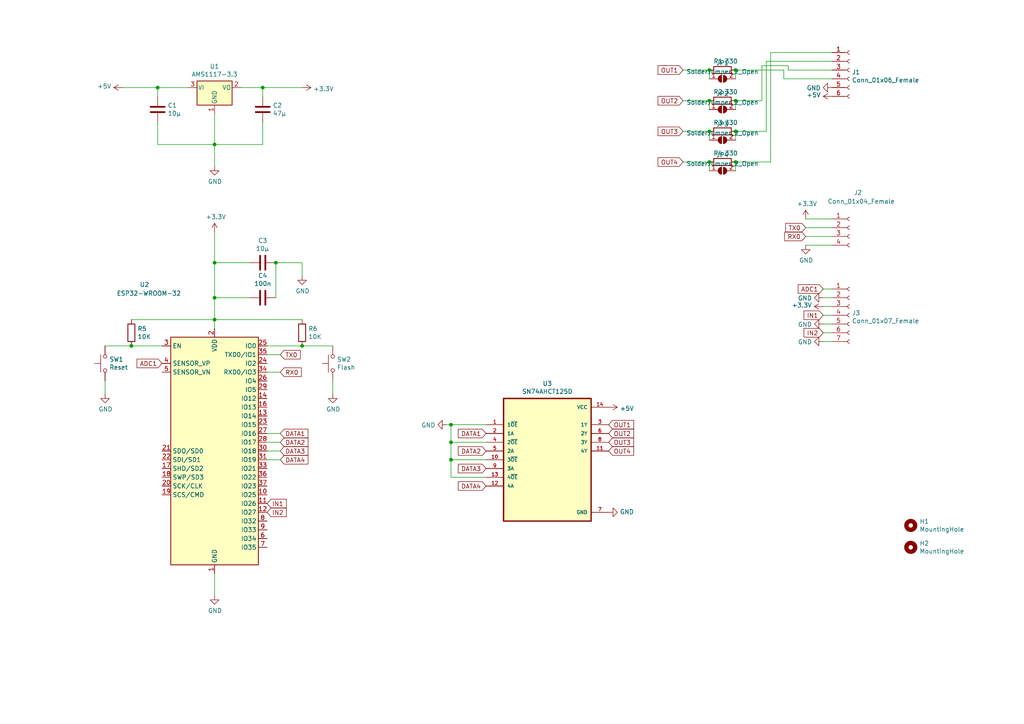
<source format=kicad_sch>
(kicad_sch (version 20211123) (generator eeschema)
  (paper "A4")
  (lib_symbols
    (symbol "Connector:Conn_01x04_Female" (pin_names (offset 1.016) hide)
      (property "Reference" "J" (at 0 5.08 0))
      (property "Value" "Conn_01x04_Female" (at 0 -7.62 0))
      (symbol "Conn_01x04_Female_1_1"
        (arc (start 0 -4.572) (mid -0.508 -5.08) (end 0 -5.588) (stroke (width 0.1524)))
        (arc (start 0 -2.032) (mid -0.508 -2.54) (end 0 -3.048) (stroke (width 0.1524)))
        (polyline (pts (xy -1.27 -5.08) (xy -0.508 -5.08)) (stroke (width 0.1524)))
        (polyline (pts (xy -1.27 -2.54) (xy -0.508 -2.54)) (stroke (width 0.1524)))
        (polyline (pts (xy -1.27 0) (xy -0.508 0)) (stroke (width 0.1524)))
        (polyline (pts (xy -1.27 2.54) (xy -0.508 2.54)) (stroke (width 0.1524)))
        (arc (start 0 0.508) (mid -0.508 0) (end 0 -0.508) (stroke (width 0.1524)))
        (arc (start 0 3.048) (mid -0.508 2.54) (end 0 2.032) (stroke (width 0.1524)))
        (pin passive line (at -5.08 2.54 0) (length 3.81) (name "Pin_1") (number "1"))
        (pin passive line (at -5.08 0 0) (length 3.81) (name "Pin_2") (number "2"))
        (pin passive line (at -5.08 -2.54 0) (length 3.81) (name "Pin_3") (number "3"))
        (pin passive line (at -5.08 -5.08 0) (length 3.81) (name "Pin_4") (number "4"))
      )
    )
    (symbol "Connector:Conn_01x06_Female" (pin_names (offset 1.016) hide)
      (property "Reference" "J" (at 0 7.62 0))
      (property "Value" "Conn_01x06_Female" (at 0 -10.16 0))
      (symbol "Conn_01x06_Female_1_1"
        (arc (start 0 -7.112) (mid -0.508 -7.62) (end 0 -8.128) (stroke (width 0.1524)))
        (arc (start 0 -4.572) (mid -0.508 -5.08) (end 0 -5.588) (stroke (width 0.1524)))
        (arc (start 0 -2.032) (mid -0.508 -2.54) (end 0 -3.048) (stroke (width 0.1524)))
        (polyline (pts (xy -1.27 -7.62) (xy -0.508 -7.62)) (stroke (width 0.1524)))
        (polyline (pts (xy -1.27 -5.08) (xy -0.508 -5.08)) (stroke (width 0.1524)))
        (polyline (pts (xy -1.27 -2.54) (xy -0.508 -2.54)) (stroke (width 0.1524)))
        (polyline (pts (xy -1.27 0) (xy -0.508 0)) (stroke (width 0.1524)))
        (polyline (pts (xy -1.27 2.54) (xy -0.508 2.54)) (stroke (width 0.1524)))
        (polyline (pts (xy -1.27 5.08) (xy -0.508 5.08)) (stroke (width 0.1524)))
        (arc (start 0 0.508) (mid -0.508 0) (end 0 -0.508) (stroke (width 0.1524)))
        (arc (start 0 3.048) (mid -0.508 2.54) (end 0 2.032) (stroke (width 0.1524)))
        (arc (start 0 5.588) (mid -0.508 5.08) (end 0 4.572) (stroke (width 0.1524)))
        (pin passive line (at -5.08 5.08 0) (length 3.81) (name "Pin_1") (number "1"))
        (pin passive line (at -5.08 2.54 0) (length 3.81) (name "Pin_2") (number "2"))
        (pin passive line (at -5.08 0 0) (length 3.81) (name "Pin_3") (number "3"))
        (pin passive line (at -5.08 -2.54 0) (length 3.81) (name "Pin_4") (number "4"))
        (pin passive line (at -5.08 -5.08 0) (length 3.81) (name "Pin_5") (number "5"))
        (pin passive line (at -5.08 -7.62 0) (length 3.81) (name "Pin_6") (number "6"))
      )
    )
    (symbol "Connector:Conn_01x07_Female" (pin_names (offset 1.016) hide)
      (property "Reference" "J" (at 0 10.16 0))
      (property "Value" "Conn_01x07_Female" (at 0 -10.16 0))
      (symbol "Conn_01x07_Female_1_1"
        (arc (start 0 -7.112) (mid -0.508 -7.62) (end 0 -8.128) (stroke (width 0.1524)))
        (arc (start 0 -4.572) (mid -0.508 -5.08) (end 0 -5.588) (stroke (width 0.1524)))
        (arc (start 0 -2.032) (mid -0.508 -2.54) (end 0 -3.048) (stroke (width 0.1524)))
        (polyline (pts (xy -1.27 -7.62) (xy -0.508 -7.62)) (stroke (width 0.1524)))
        (polyline (pts (xy -1.27 -5.08) (xy -0.508 -5.08)) (stroke (width 0.1524)))
        (polyline (pts (xy -1.27 -2.54) (xy -0.508 -2.54)) (stroke (width 0.1524)))
        (polyline (pts (xy -1.27 0) (xy -0.508 0)) (stroke (width 0.1524)))
        (polyline (pts (xy -1.27 2.54) (xy -0.508 2.54)) (stroke (width 0.1524)))
        (polyline (pts (xy -1.27 5.08) (xy -0.508 5.08)) (stroke (width 0.1524)))
        (polyline (pts (xy -1.27 7.62) (xy -0.508 7.62)) (stroke (width 0.1524)))
        (arc (start 0 0.508) (mid -0.508 0) (end 0 -0.508) (stroke (width 0.1524)))
        (arc (start 0 3.048) (mid -0.508 2.54) (end 0 2.032) (stroke (width 0.1524)))
        (arc (start 0 5.588) (mid -0.508 5.08) (end 0 4.572) (stroke (width 0.1524)))
        (arc (start 0 8.128) (mid -0.508 7.62) (end 0 7.112) (stroke (width 0.1524)))
        (pin passive line (at -5.08 7.62 0) (length 3.81) (name "Pin_1") (number "1"))
        (pin passive line (at -5.08 5.08 0) (length 3.81) (name "Pin_2") (number "2"))
        (pin passive line (at -5.08 2.54 0) (length 3.81) (name "Pin_3") (number "3"))
        (pin passive line (at -5.08 0 0) (length 3.81) (name "Pin_4") (number "4"))
        (pin passive line (at -5.08 -2.54 0) (length 3.81) (name "Pin_5") (number "5"))
        (pin passive line (at -5.08 -5.08 0) (length 3.81) (name "Pin_6") (number "6"))
        (pin passive line (at -5.08 -7.62 0) (length 3.81) (name "Pin_7") (number "7"))
      )
    )
    (symbol "Device:C" (pin_numbers hide) (pin_names (offset 0.254))
      (property "Reference" "C" (at 0.635 2.54 0))
      (property "Value" "C" (at 0.635 -2.54 0))
      (symbol "C_0_1"
        (polyline (pts (xy -2.032 -0.762) (xy 2.032 -0.762)) (stroke (width 0.508)))
        (polyline (pts (xy -2.032 0.762) (xy 2.032 0.762)) (stroke (width 0.508)))
      )
      (symbol "C_1_1"
        (pin passive line (at 0 3.81 270) (length 2.794) (name "~") (number "1"))
        (pin passive line (at 0 -3.81 90) (length 2.794) (name "~") (number "2"))
      )
    )
    (symbol "Device:R" (pin_numbers hide) (pin_names (offset 0))
      (property "Reference" "R" (at 2.032 0 90))
      (property "Value" "R" (at 0 0 90))
      (symbol "R_0_1"
        (rectangle (start -1.016 -2.54) (end 1.016 2.54) (stroke (width 0.254)))
      )
      (symbol "R_1_1"
        (pin passive line (at 0 3.81 270) (length 1.27) (name "~") (number "1"))
        (pin passive line (at 0 -3.81 90) (length 1.27) (name "~") (number "2"))
      )
    )
    (symbol "Jumper:SolderJumper_2_Open" (pin_names (offset 0) hide)
      (property "Reference" "JP" (at 0 2.032 0))
      (property "Value" "SolderJumper_2_Open" (at 0 -2.54 0))
      (symbol "SolderJumper_2_Open_0_1"
        (arc (start -0.254 1.016) (mid -1.27 0) (end -0.254 -1.016))
        (arc (start -0.254 1.016) (mid -1.27 0) (end -0.254 -1.016) (fill (type outline)))
        (polyline (pts (xy -0.254 1.016) (xy -0.254 -1.016)))
        (polyline (pts (xy 0.254 1.016) (xy 0.254 -1.016)))
        (arc (start 0.254 -1.016) (mid 1.27 0) (end 0.254 1.016))
        (arc (start 0.254 -1.016) (mid 1.27 0) (end 0.254 1.016) (fill (type outline)))
      )
      (symbol "SolderJumper_2_Open_1_1"
        (pin passive line (at -3.81 0 0) (length 2.54) (name "A") (number "1"))
        (pin passive line (at 3.81 0 180) (length 2.54) (name "B") (number "2"))
      )
    )
    (symbol "Mechanical:MountingHole" (pin_names (offset 1.016))
      (property "Reference" "H" (at 0 5.08 0))
      (property "Value" "MountingHole" (at 0 3.175 0))
      (symbol "MountingHole_0_1"
        (circle (center 0 0) (radius 1.27) (stroke (width 1.27)))
      )
    )
    (symbol "RF_Module:ESP32-WROOM-32"
      (property "Reference" "U" (at -12.7 34.29 0))
      (property "Value" "ESP32-WROOM-32" (at 1.27 34.29 0))
      (symbol "ESP32-WROOM-32_0_1"
        (rectangle (start -12.7 33.02) (end 12.7 -33.02) (stroke (width 0.254)) (fill (type background)))
      )
      (symbol "ESP32-WROOM-32_1_1"
        (pin power_in line (at 0 -35.56 90) (length 2.54) (name "GND") (number "1"))
        (pin bidirectional line (at 15.24 -12.7 180) (length 2.54) (name "IO25") (number "10"))
        (pin bidirectional line (at 15.24 -15.24 180) (length 2.54) (name "IO26") (number "11"))
        (pin bidirectional line (at 15.24 -17.78 180) (length 2.54) (name "IO27") (number "12"))
        (pin bidirectional line (at 15.24 10.16 180) (length 2.54) (name "IO14") (number "13"))
        (pin bidirectional line (at 15.24 15.24 180) (length 2.54) (name "IO12") (number "14"))
        (pin passive line (at 0 -35.56 90) (length 2.54) hide (name "GND") (number "15"))
        (pin bidirectional line (at 15.24 12.7 180) (length 2.54) (name "IO13") (number "16"))
        (pin bidirectional line (at -15.24 -5.08 0) (length 2.54) (name "SHD/SD2") (number "17"))
        (pin bidirectional line (at -15.24 -7.62 0) (length 2.54) (name "SWP/SD3") (number "18"))
        (pin bidirectional line (at -15.24 -12.7 0) (length 2.54) (name "SCS/CMD") (number "19"))
        (pin power_in line (at 0 35.56 270) (length 2.54) (name "VDD") (number "2"))
        (pin bidirectional line (at -15.24 -10.16 0) (length 2.54) (name "SCK/CLK") (number "20"))
        (pin bidirectional line (at -15.24 0 0) (length 2.54) (name "SDO/SD0") (number "21"))
        (pin bidirectional line (at -15.24 -2.54 0) (length 2.54) (name "SDI/SD1") (number "22"))
        (pin bidirectional line (at 15.24 7.62 180) (length 2.54) (name "IO15") (number "23"))
        (pin bidirectional line (at 15.24 25.4 180) (length 2.54) (name "IO2") (number "24"))
        (pin bidirectional line (at 15.24 30.48 180) (length 2.54) (name "IO0") (number "25"))
        (pin bidirectional line (at 15.24 20.32 180) (length 2.54) (name "IO4") (number "26"))
        (pin bidirectional line (at 15.24 5.08 180) (length 2.54) (name "IO16") (number "27"))
        (pin bidirectional line (at 15.24 2.54 180) (length 2.54) (name "IO17") (number "28"))
        (pin bidirectional line (at 15.24 17.78 180) (length 2.54) (name "IO5") (number "29"))
        (pin input line (at -15.24 30.48 0) (length 2.54) (name "EN") (number "3"))
        (pin bidirectional line (at 15.24 0 180) (length 2.54) (name "IO18") (number "30"))
        (pin bidirectional line (at 15.24 -2.54 180) (length 2.54) (name "IO19") (number "31"))
        (pin no_connect line (at -12.7 -27.94 0) (length 2.54) hide (name "NC") (number "32"))
        (pin bidirectional line (at 15.24 -5.08 180) (length 2.54) (name "IO21") (number "33"))
        (pin bidirectional line (at 15.24 22.86 180) (length 2.54) (name "RXD0/IO3") (number "34"))
        (pin bidirectional line (at 15.24 27.94 180) (length 2.54) (name "TXD0/IO1") (number "35"))
        (pin bidirectional line (at 15.24 -7.62 180) (length 2.54) (name "IO22") (number "36"))
        (pin bidirectional line (at 15.24 -10.16 180) (length 2.54) (name "IO23") (number "37"))
        (pin passive line (at 0 -35.56 90) (length 2.54) hide (name "GND") (number "38"))
        (pin passive line (at 0 -35.56 90) (length 2.54) hide (name "GND") (number "39"))
        (pin input line (at -15.24 25.4 0) (length 2.54) (name "SENSOR_VP") (number "4"))
        (pin input line (at -15.24 22.86 0) (length 2.54) (name "SENSOR_VN") (number "5"))
        (pin input line (at 15.24 -25.4 180) (length 2.54) (name "IO34") (number "6"))
        (pin input line (at 15.24 -27.94 180) (length 2.54) (name "IO35") (number "7"))
        (pin bidirectional line (at 15.24 -20.32 180) (length 2.54) (name "IO32") (number "8"))
        (pin bidirectional line (at 15.24 -22.86 180) (length 2.54) (name "IO33") (number "9"))
      )
    )
    (symbol "Regulator_Linear:AMS1117-3.3" (pin_names (offset 0.254))
      (property "Reference" "U" (at -3.81 3.175 0))
      (property "Value" "AMS1117-3.3" (at 0 3.175 0))
      (symbol "AMS1117-3.3_0_1"
        (rectangle (start -5.08 -5.08) (end 5.08 1.905) (stroke (width 0.254)) (fill (type background)))
      )
      (symbol "AMS1117-3.3_1_1"
        (pin power_in line (at 0 -7.62 90) (length 2.54) (name "GND") (number "1"))
        (pin power_out line (at 7.62 0 180) (length 2.54) (name "VO") (number "2"))
        (pin power_in line (at -7.62 0 0) (length 2.54) (name "VI") (number "3"))
      )
    )
    (symbol "SN74AHCT125D:SN74AHCT125D" (pin_names (offset 1.016))
      (property "Reference" "U" (at -12.7 18.7706 0))
      (property "Value" "SN74AHCT125D" (at -12.7 -21.7678 0))
      (symbol "SN74AHCT125D_0_0"
        (rectangle (start -12.7 -17.78) (end 12.7 17.78) (stroke (width 0.4064)) (fill (type background)))
        (pin input line (at -17.78 10.16 0) (length 5.08) (name "1~{OE}") (number "1"))
        (pin input line (at -17.78 0 0) (length 5.08) (name "3~{OE}") (number "10"))
        (pin output line (at 17.78 2.54 180) (length 5.08) (name "4Y") (number "11"))
        (pin input line (at -17.78 -7.62 0) (length 5.08) (name "4A") (number "12"))
        (pin input line (at -17.78 -5.08 0) (length 5.08) (name "4~{OE}") (number "13"))
        (pin power_in line (at 17.78 15.24 180) (length 5.08) (name "VCC") (number "14"))
        (pin input line (at -17.78 7.62 0) (length 5.08) (name "1A") (number "2"))
        (pin output line (at 17.78 10.16 180) (length 5.08) (name "1Y") (number "3"))
        (pin input line (at -17.78 5.08 0) (length 5.08) (name "2~{OE}") (number "4"))
        (pin input line (at -17.78 2.54 0) (length 5.08) (name "2A") (number "5"))
        (pin output line (at 17.78 7.62 180) (length 5.08) (name "2Y") (number "6"))
        (pin power_in line (at 17.78 -15.24 180) (length 5.08) (name "GND") (number "7"))
        (pin output line (at 17.78 5.08 180) (length 5.08) (name "3Y") (number "8"))
        (pin input line (at -17.78 -2.54 0) (length 5.08) (name "3A") (number "9"))
      )
    )
    (symbol "Switch:SW_Push" (pin_numbers hide) (pin_names (offset 1.016) hide)
      (property "Reference" "SW" (at 1.27 2.54 0))
      (property "Value" "SW_Push" (at 0 -1.524 0))
      (symbol "SW_Push_0_1"
        (circle (center -2.032 0) (radius 0.508))
        (polyline (pts (xy 0 1.27) (xy 0 3.048)))
        (polyline (pts (xy 2.54 1.27) (xy -2.54 1.27)))
        (circle (center 2.032 0) (radius 0.508))
        (pin passive line (at -5.08 0 0) (length 2.54) (name "1") (number "1"))
        (pin passive line (at 5.08 0 180) (length 2.54) (name "2") (number "2"))
      )
    )
    (symbol "power:+3.3V" (power) (pin_names (offset 0))
      (property "Value" "+3.3V" (at 0 3.556 0))
      (symbol "+3.3V_0_1"
        (polyline (pts (xy -0.762 1.27) (xy 0 2.54)))
        (polyline (pts (xy 0 0) (xy 0 2.54)))
        (polyline (pts (xy 0 2.54) (xy 0.762 1.27)))
      )
      (symbol "+3.3V_1_1"
        (pin power_in line (at 0 0 90) (length 0) hide (name "+3.3V") (number "1"))
      )
    )
    (symbol "power:+5V" (power) (pin_names (offset 0))
      (property "Value" "+5V" (at 0 3.556 0))
      (symbol "+5V_0_1"
        (polyline (pts (xy -0.762 1.27) (xy 0 2.54)))
        (polyline (pts (xy 0 0) (xy 0 2.54)))
        (polyline (pts (xy 0 2.54) (xy 0.762 1.27)))
      )
      (symbol "+5V_1_1"
        (pin power_in line (at 0 0 90) (length 0) hide (name "+5V") (number "1"))
      )
    )
    (symbol "power:GND" (power) (pin_names (offset 0))
      (property "Value" "GND" (at 0 -3.81 0))
      (symbol "GND_0_1"
        (polyline (pts (xy 0 0) (xy 0 -1.27) (xy 1.27 -1.27) (xy 0 -2.54) (xy -1.27 -1.27) (xy 0 -1.27)))
      )
      (symbol "GND_1_1"
        (pin power_in line (at 0 0 270) (length 0) hide (name "GND") (number "1"))
      )
    )
  )
  (junction (at 45.72 25.4))
  (junction (at 62.23 92.71))
  (junction (at 213.36 20.32))
  (junction (at 130.81 133.35))
  (junction (at 130.81 123.19))
  (junction (at 213.36 46.99))
  (junction (at 205.74 29.21))
  (junction (at 76.2 25.4))
  (junction (at 205.74 20.32))
  (junction (at 205.74 38.1))
  (junction (at 87.63 100.33))
  (junction (at 213.36 29.21))
  (junction (at 205.74 46.99))
  (junction (at 38.1 100.33))
  (junction (at 62.23 86.36))
  (junction (at 213.36 38.1))
  (junction (at 130.81 128.27))
  (junction (at 80.01 76.2))
  (junction (at 62.23 76.2))
  (junction (at 62.23 41.91))
  (wire (pts (xy 140.97 128.27) (xy 130.81 128.27)))
  (wire (pts (xy 130.81 128.27) (xy 130.81 123.19)))
  (wire (pts (xy 129.54 123.19) (xy 130.81 123.19)))
  (wire (pts (xy 87.63 76.2) (xy 87.63 80.01)))
  (wire (pts (xy 205.74 46.99) (xy 205.74 49.53)))
  (wire (pts (xy 46.99 100.33) (xy 38.1 100.33)))
  (wire (pts (xy 238.76 99.06) (xy 241.3 99.06)))
  (wire (pts (xy 213.36 38.1) (xy 222.25 38.1)))
  (wire (pts (xy 62.23 166.37) (xy 62.23 172.72)))
  (wire (pts (xy 62.23 41.91) (xy 45.72 41.91)))
  (wire (pts (xy 30.48 114.3) (xy 30.48 110.49)))
  (wire (pts (xy 233.68 63.5) (xy 241.3 63.5)))
  (wire (pts (xy 205.74 38.1) (xy 198.12 38.1)))
  (wire (pts (xy 223.52 15.24) (xy 241.3 15.24)))
  (wire (pts (xy 222.25 17.78) (xy 241.3 17.78)))
  (wire (pts (xy 38.1 92.71) (xy 62.23 92.71)))
  (wire (pts (xy 233.68 68.58) (xy 241.3 68.58)))
  (wire (pts (xy 81.28 107.95) (xy 77.47 107.95)))
  (wire (pts (xy 213.36 46.99) (xy 223.52 46.99)))
  (wire (pts (xy 213.36 20.32) (xy 227.33 20.32)))
  (wire (pts (xy 77.47 130.81) (xy 81.28 130.81)))
  (wire (pts (xy 62.23 41.91) (xy 62.23 48.26)))
  (wire (pts (xy 140.97 138.43) (xy 130.81 138.43)))
  (wire (pts (xy 62.23 92.71) (xy 62.23 95.25)))
  (wire (pts (xy 238.76 88.9) (xy 241.3 88.9)))
  (wire (pts (xy 238.76 86.36) (xy 241.3 86.36)))
  (wire (pts (xy 213.36 29.21) (xy 220.98 29.21)))
  (wire (pts (xy 72.39 76.2) (xy 62.23 76.2)))
  (wire (pts (xy 213.36 40.64) (xy 213.36 38.1)))
  (wire (pts (xy 77.47 125.73) (xy 81.28 125.73)))
  (wire (pts (xy 213.36 22.86) (xy 213.36 20.32)))
  (wire (pts (xy 87.63 100.33) (xy 96.52 100.33)))
  (wire (pts (xy 140.97 133.35) (xy 130.81 133.35)))
  (wire (pts (xy 77.47 128.27) (xy 81.28 128.27)))
  (wire (pts (xy 227.33 20.32) (xy 227.33 22.86)))
  (wire (pts (xy 220.98 19.05) (xy 220.98 29.21)))
  (wire (pts (xy 62.23 76.2) (xy 62.23 67.31)))
  (wire (pts (xy 130.81 138.43) (xy 130.81 133.35)))
  (wire (pts (xy 35.56 25.4) (xy 45.72 25.4)))
  (wire (pts (xy 130.81 133.35) (xy 130.81 128.27)))
  (wire (pts (xy 81.28 102.87) (xy 77.47 102.87)))
  (wire (pts (xy 241.3 96.52) (xy 238.76 96.52)))
  (wire (pts (xy 228.6 20.32) (xy 241.3 20.32)))
  (wire (pts (xy 62.23 92.71) (xy 62.23 86.36)))
  (wire (pts (xy 205.74 38.1) (xy 205.74 40.64)))
  (wire (pts (xy 220.98 19.05) (xy 228.6 19.05)))
  (wire (pts (xy 130.81 123.19) (xy 140.97 123.19)))
  (wire (pts (xy 223.52 15.24) (xy 223.52 46.99)))
  (wire (pts (xy 54.61 25.4) (xy 45.72 25.4)))
  (wire (pts (xy 76.2 41.91) (xy 62.23 41.91)))
  (wire (pts (xy 38.1 100.33) (xy 30.48 100.33)))
  (wire (pts (xy 62.23 92.71) (xy 87.63 92.71)))
  (wire (pts (xy 222.25 17.78) (xy 222.25 38.1)))
  (wire (pts (xy 228.6 19.05) (xy 228.6 20.32)))
  (wire (pts (xy 80.01 86.36) (xy 80.01 76.2)))
  (wire (pts (xy 62.23 86.36) (xy 62.23 76.2)))
  (wire (pts (xy 238.76 83.82) (xy 241.3 83.82)))
  (wire (pts (xy 238.76 91.44) (xy 241.3 91.44)))
  (wire (pts (xy 45.72 41.91) (xy 45.72 35.56)))
  (wire (pts (xy 62.23 33.02) (xy 62.23 41.91)))
  (wire (pts (xy 238.76 93.98) (xy 241.3 93.98)))
  (wire (pts (xy 213.36 49.53) (xy 213.36 46.99)))
  (wire (pts (xy 241.3 71.12) (xy 233.68 71.12)))
  (wire (pts (xy 77.47 133.35) (xy 81.28 133.35)))
  (wire (pts (xy 72.39 86.36) (xy 62.23 86.36)))
  (wire (pts (xy 198.12 20.32) (xy 205.74 20.32)))
  (wire (pts (xy 205.74 46.99) (xy 198.12 46.99)))
  (wire (pts (xy 96.52 114.3) (xy 96.52 110.49)))
  (wire (pts (xy 45.72 27.94) (xy 45.72 25.4)))
  (wire (pts (xy 76.2 25.4) (xy 69.85 25.4)))
  (wire (pts (xy 205.74 29.21) (xy 198.12 29.21)))
  (wire (pts (xy 205.74 29.21) (xy 205.74 31.75)))
  (wire (pts (xy 76.2 27.94) (xy 76.2 25.4)))
  (wire (pts (xy 205.74 22.86) (xy 205.74 20.32)))
  (wire (pts (xy 213.36 31.75) (xy 213.36 29.21)))
  (wire (pts (xy 76.2 35.56) (xy 76.2 41.91)))
  (wire (pts (xy 87.63 100.33) (xy 77.47 100.33)))
  (wire (pts (xy 227.33 22.86) (xy 241.3 22.86)))
  (wire (pts (xy 76.2 25.4) (xy 87.63 25.4)))
  (wire (pts (xy 80.01 76.2) (xy 87.63 76.2)))
  (wire (pts (xy 233.68 66.04) (xy 241.3 66.04)))
  (global_label "IN1" (shape input) (at 238.76 91.44 180) (property "Intersheet References" "${INTERSHEET_REFS}" (effects hide)))
  (global_label "IN1" (shape input) (at 77.47 146.05 0) (property "Intersheet References" "${INTERSHEET_REFS}" (effects hide)))
  (global_label "TX0" (shape input) (at 81.28 102.87 0) (property "Intersheet References" "${INTERSHEET_REFS}" (effects hide)))
  (global_label "ADC1" (shape input) (at 238.76 83.82 180) (property "Intersheet References" "${INTERSHEET_REFS}" (effects hide)))
  (global_label "DATA4" (shape input) (at 81.28 133.35 0) (property "Intersheet References" "${INTERSHEET_REFS}" (effects hide)))
  (global_label "OUT4" (shape input) (at 176.53 130.81 0) (property "Intersheet References" "${INTERSHEET_REFS}" (effects hide)))
  (global_label "OUT4" (shape input) (at 198.12 46.99 180) (property "Intersheet References" "${INTERSHEET_REFS}" (effects hide)))
  (global_label "TX0" (shape input) (at 233.68 66.04 180) (property "Intersheet References" "${INTERSHEET_REFS}" (effects hide)))
  (global_label "DATA3" (shape input) (at 140.97 135.89 180) (property "Intersheet References" "${INTERSHEET_REFS}" (effects hide)))
  (global_label "OUT2" (shape input) (at 176.53 125.73 0) (property "Intersheet References" "${INTERSHEET_REFS}" (effects hide)))
  (global_label "OUT1" (shape input) (at 198.12 20.32 180) (property "Intersheet References" "${INTERSHEET_REFS}" (effects hide)))
  (global_label "IN2" (shape input) (at 238.76 96.52 180) (property "Intersheet References" "${INTERSHEET_REFS}" (effects hide)))
  (global_label "DATA2" (shape input) (at 81.28 128.27 0) (property "Intersheet References" "${INTERSHEET_REFS}" (effects hide)))
  (global_label "DATA4" (shape input) (at 140.97 140.97 180) (property "Intersheet References" "${INTERSHEET_REFS}" (effects hide)))
  (global_label "ADC1" (shape input) (at 46.99 105.41 180) (property "Intersheet References" "${INTERSHEET_REFS}" (effects hide)))
  (global_label "RX0" (shape input) (at 81.28 107.95 0) (property "Intersheet References" "${INTERSHEET_REFS}" (effects hide)))
  (global_label "IN2" (shape input) (at 77.47 148.59 0) (property "Intersheet References" "${INTERSHEET_REFS}" (effects hide)))
  (global_label "DATA3" (shape input) (at 81.28 130.81 0) (property "Intersheet References" "${INTERSHEET_REFS}" (effects hide)))
  (global_label "RX0" (shape input) (at 233.68 68.58 180) (property "Intersheet References" "${INTERSHEET_REFS}" (effects hide)))
  (global_label "DATA1" (shape input) (at 81.28 125.73 0) (property "Intersheet References" "${INTERSHEET_REFS}" (effects hide)))
  (global_label "DATA1" (shape input) (at 140.97 125.73 180) (property "Intersheet References" "${INTERSHEET_REFS}" (effects hide)))
  (global_label "OUT3" (shape input) (at 176.53 128.27 0) (property "Intersheet References" "${INTERSHEET_REFS}" (effects hide)))
  (global_label "OUT3" (shape input) (at 198.12 38.1 180) (property "Intersheet References" "${INTERSHEET_REFS}" (effects hide)))
  (global_label "OUT2" (shape input) (at 198.12 29.21 180) (property "Intersheet References" "${INTERSHEET_REFS}" (effects hide)))
  (global_label "DATA2" (shape input) (at 140.97 130.81 180) (property "Intersheet References" "${INTERSHEET_REFS}" (effects hide)))
  (global_label "OUT1" (shape input) (at 176.53 123.19 0) (property "Intersheet References" "${INTERSHEET_REFS}" (effects hide)))
  (symbol (lib_id "Regulator_Linear:AMS1117-3.3") (at 62.23 25.4 0) (unit 1)
    (property "Reference" "U1" (at 62.23 19.2532 0))
    (property "Value" "AMS1117-3.3" (at 62.23 21.5646 0))
    (property "Footprint" "Package_TO_SOT_SMD:SOT-223-3_TabPin2" (effects hide))
    (property "Datasheet" "http://www.advanced-monolithic.com/pdf/ds1117.pdf" (effects hide))
  )
  (symbol (lib_id "Device:C") (at 45.72 31.75 0) (unit 1)
    (property "Reference" "C1" (at 48.641 30.5816 0) (effects (justify left)))
    (property "Value" "10µ" (at 48.641 32.893 0) (effects (justify left)))
    (property "Footprint" "Capacitor_SMD:C_0805_2012Metric_Pad1.18x1.45mm_HandSolder" (effects hide))
  )
  (symbol (lib_id "Device:C") (at 76.2 31.75 0) (unit 1)
    (property "Reference" "C2" (at 79.121 30.5816 0) (effects (justify left)))
    (property "Value" "47µ" (at 79.121 32.893 0) (effects (justify left)))
    (property "Footprint" "Capacitor_SMD:C_0805_2012Metric_Pad1.18x1.45mm_HandSolder" (effects hide))
  )
  (symbol (lib_id "power:+3.3V") (at 87.63 25.4 270) (unit 1)
    (property "Reference" "#PWR0101" (effects hide))
    (property "Value" "+3.3V" (at 90.8812 25.781 90) (effects (justify left)))
  )
  (symbol (lib_id "power:GND") (at 62.23 48.26 0) (unit 1)
    (property "Reference" "#PWR0102" (effects hide))
    (property "Value" "GND" (at 62.357 52.6542 0))
  )
  (symbol (lib_id "SN74AHCT125D:SN74AHCT125D") (at 158.75 133.35 0) (unit 1)
    (property "Reference" "U3" (at 158.75 111.252 0))
    (property "Value" "SN74AHCT125D" (at 158.75 113.5634 0))
    (property "Footprint" "WLED_ESP32:SOIC127P600X175-14N" (effects hide))
  )
  (symbol (lib_id "RF_Module:ESP32-WROOM-32") (at 62.23 130.81 0) (unit 1)
    (property "Reference" "U2" (at 41.91 82.55 0))
    (property "Value" "ESP32-WROOM-32" (at 43.18 85.09 0))
    (property "Footprint" "RF_Module:ESP32-WROOM-32" (effects hide))
    (property "Datasheet" "https://www.espressif.com/sites/default/files/documentation/esp32-wroom-32_datasheet_en.pdf" (effects hide))
  )
  (symbol (lib_id "power:+3.3V") (at 62.23 67.31 0) (unit 1)
    (property "Reference" "#PWR02" (effects hide))
    (property "Value" "+3.3V" (at 62.611 62.9158 0))
  )
  (symbol (lib_id "power:+3.3V") (at 238.76 88.9 90) (unit 1)
    (property "Reference" "#PWR010" (effects hide))
    (property "Value" "+3.3V" (at 235.5088 88.519 90) (effects (justify left)))
  )
  (symbol (lib_id "power:GND") (at 62.23 172.72 0) (unit 1)
    (property "Reference" "#PWR03" (effects hide))
    (property "Value" "GND" (at 62.357 177.1142 0))
  )
  (symbol (lib_id "power:GND") (at 238.76 86.36 270) (unit 1)
    (property "Reference" "#PWR011" (effects hide))
    (property "Value" "GND" (at 235.5088 86.487 90) (effects (justify right)))
  )
  (symbol (lib_id "Switch:SW_Push") (at 30.48 105.41 90) (unit 1)
    (property "Reference" "SW1" (at 31.6992 104.2416 90) (effects (justify right)))
    (property "Value" "Reset" (at 31.6992 106.553 90) (effects (justify right)))
    (property "Footprint" "Button_Switch_SMD:SW_SPST_CK_RS282G05A3" (effects hide))
  )
  (symbol (lib_id "Mechanical:MountingHole") (at 264.16 152.4 0) (unit 1)
    (property "Reference" "H1" (at 266.7 151.2316 0) (effects (justify left)))
    (property "Value" "MountingHole" (at 266.7 153.543 0) (effects (justify left)))
    (property "Footprint" "MountingHole:MountingHole_3.2mm_M3_DIN965" (effects hide))
  )
  (symbol (lib_id "Mechanical:MountingHole") (at 264.16 158.75 0) (unit 1)
    (property "Reference" "H2" (at 266.7 157.5816 0) (effects (justify left)))
    (property "Value" "MountingHole" (at 266.7 159.893 0) (effects (justify left)))
    (property "Footprint" "MountingHole:MountingHole_3.2mm_M3_DIN965" (effects hide))
  )
  (symbol (lib_id "Connector:Conn_01x07_Female") (at 246.38 91.44 0) (unit 1)
    (property "Reference" "J3" (at 247.0912 90.7796 0) (effects (justify left)))
    (property "Value" "Conn_01x07_Female" (at 247.0912 93.091 0) (effects (justify left)))
    (property "Footprint" "Connector_PinHeader_2.54mm:PinHeader_1x07_P2.54mm_Vertical" (effects hide))
  )
  (symbol (lib_id "Device:R") (at 38.1 96.52 0) (unit 1)
    (property "Reference" "R5" (at 39.878 95.3516 0) (effects (justify left)))
    (property "Value" "10K" (at 39.878 97.663 0) (effects (justify left)))
    (property "Footprint" "Resistor_SMD:R_0805_2012Metric_Pad1.20x1.40mm_HandSolder" (effects hide))
  )
  (symbol (lib_id "power:GND") (at 238.76 93.98 270) (unit 1)
    (property "Reference" "#PWR0107" (effects hide))
    (property "Value" "GND" (at 235.5088 94.107 90) (effects (justify right)))
  )
  (symbol (lib_id "power:GND") (at 238.76 99.06 270) (unit 1)
    (property "Reference" "#PWR0108" (effects hide))
    (property "Value" "GND" (at 235.5088 99.187 90) (effects (justify right)))
  )
  (symbol (lib_id "Switch:SW_Push") (at 96.52 105.41 90) (unit 1)
    (property "Reference" "SW2" (at 97.7392 104.2416 90) (effects (justify right)))
    (property "Value" "Flash" (at 97.7392 106.553 90) (effects (justify right)))
    (property "Footprint" "Button_Switch_SMD:SW_SPST_CK_RS282G05A3" (effects hide))
  )
  (symbol (lib_id "Device:R") (at 87.63 96.52 0) (unit 1)
    (property "Reference" "R6" (at 89.408 95.3516 0) (effects (justify left)))
    (property "Value" "10K" (at 89.408 97.663 0) (effects (justify left)))
    (property "Footprint" "Resistor_SMD:R_0805_2012Metric_Pad1.20x1.40mm_HandSolder" (effects hide))
  )
  (symbol (lib_id "power:GND") (at 30.48 114.3 0) (unit 1)
    (property "Reference" "#PWR01" (effects hide))
    (property "Value" "GND" (at 30.607 118.6942 0))
  )
  (symbol (lib_id "power:GND") (at 96.52 114.3 0) (unit 1)
    (property "Reference" "#PWR04" (effects hide))
    (property "Value" "GND" (at 96.647 118.6942 0))
  )
  (symbol (lib_id "Connector:Conn_01x04_Female") (at 246.38 66.04 0) (unit 1)
    (property "Reference" "J2" (at 247.65 55.88 0) (effects (justify left)))
    (property "Value" "Conn_01x04_Female" (at 240.03 58.42 0) (effects (justify left)))
    (property "Footprint" "Connector_PinHeader_2.54mm:PinHeader_1x04_P2.54mm_Vertical" (effects hide))
  )
  (symbol (lib_id "power:+3.3V") (at 233.68 63.5 0) (unit 1)
    (property "Reference" "#PWR06" (effects hide))
    (property "Value" "+3.3V" (at 234.061 59.1058 0))
  )
  (symbol (lib_id "power:GND") (at 233.68 71.12 0) (unit 1)
    (property "Reference" "#PWR07" (effects hide))
    (property "Value" "GND" (at 233.807 75.5142 0))
  )
  (symbol (lib_id "power:+5V") (at 35.56 25.4 90) (unit 1)
    (property "Reference" "#PWR05" (effects hide))
    (property "Value" "+5V" (at 32.3088 25.019 90) (effects (justify left)))
  )
  (symbol (lib_id "Device:C") (at 76.2 76.2 270) (unit 1)
    (property "Reference" "C3" (at 76.2 69.7992 90))
    (property "Value" "10µ" (at 76.2 72.1106 90))
    (property "Footprint" "Capacitor_SMD:C_0805_2012Metric_Pad1.18x1.45mm_HandSolder" (effects hide))
  )
  (symbol (lib_id "Device:C") (at 76.2 86.36 270) (unit 1)
    (property "Reference" "C4" (at 76.2 79.9592 90))
    (property "Value" "100n" (at 76.2 82.2706 90))
    (property "Footprint" "Capacitor_SMD:C_0805_2012Metric_Pad1.18x1.45mm_HandSolder" (effects hide))
  )
  (symbol (lib_id "Connector:Conn_01x06_Female") (at 246.38 20.32 0) (unit 1)
    (property "Reference" "J1" (at 247.0912 20.9296 0) (effects (justify left)))
    (property "Value" "Conn_01x06_Female" (at 247.0912 23.241 0) (effects (justify left)))
    (property "Footprint" "TerminalBlock:TerminalBlock_bornier-6_P5.08mm" (effects hide))
  )
  (symbol (lib_id "power:GND") (at 241.3 25.4 270) (unit 1)
    (property "Reference" "#PWR09" (effects hide))
    (property "Value" "GND" (at 238.0488 25.527 90) (effects (justify right)))
  )
  (symbol (lib_id "power:+5V") (at 241.3 27.94 90) (unit 1)
    (property "Reference" "#PWR08" (effects hide))
    (property "Value" "+5V" (at 238.0488 27.559 90) (effects (justify left)))
  )
  (symbol (lib_id "power:GND") (at 87.63 80.01 0) (unit 1)
    (property "Reference" "#PWR0103" (effects hide))
    (property "Value" "GND" (at 87.757 84.4042 0))
  )
  (symbol (lib_id "power:+5V") (at 176.53 118.11 270) (unit 1)
    (property "Reference" "#PWR0104" (effects hide))
    (property "Value" "+5V" (at 179.7812 118.491 90) (effects (justify left)))
  )
  (symbol (lib_id "power:GND") (at 176.53 148.59 90) (unit 1)
    (property "Reference" "#PWR0105" (effects hide))
    (property "Value" "GND" (at 179.7812 148.463 90) (effects (justify right)))
  )
  (symbol (lib_id "power:GND") (at 129.54 123.19 270) (unit 1)
    (property "Reference" "#PWR0106" (effects hide))
    (property "Value" "GND" (at 126.2888 123.317 90) (effects (justify right)))
  )
  (symbol (lib_id "Device:R") (at 209.55 20.32 90) (unit 1)
    (property "Reference" "R1" (at 208.28 17.78 90))
    (property "Value" "330" (at 212.09 17.78 90))
    (property "Footprint" "Resistor_SMD:R_0805_2012Metric_Pad1.20x1.40mm_HandSolder" (effects hide))
  )
  (symbol (lib_id "Device:R") (at 209.55 29.21 90) (unit 1)
    (property "Reference" "R2" (at 208.28 26.67 90))
    (property "Value" "330" (at 212.09 26.67 90))
    (property "Footprint" "Resistor_SMD:R_0805_2012Metric_Pad1.20x1.40mm_HandSolder" (effects hide))
  )
  (symbol (lib_id "Device:R") (at 209.55 38.1 90) (unit 1)
    (property "Reference" "R3" (at 208.28 35.56 90))
    (property "Value" "330" (at 212.09 35.56 90))
    (property "Footprint" "Resistor_SMD:R_0805_2012Metric_Pad1.20x1.40mm_HandSolder" (effects hide))
  )
  (symbol (lib_id "Device:R") (at 209.55 46.99 90) (unit 1)
    (property "Reference" "R4" (at 208.28 44.45 90))
    (property "Value" "330" (at 212.09 44.45 90))
    (property "Footprint" "Resistor_SMD:R_0805_2012Metric_Pad1.20x1.40mm_HandSolder" (effects hide))
  )
  (symbol (lib_id "Jumper:SolderJumper_2_Open") (at 209.55 49.53 0) (unit 1)
    (property "Reference" "JP4" (at 209.55 44.9412 0))
    (property "Value" "SolderJumper_2_Open" (at 209.55 47.4781 0))
    (property "Footprint" "Jumper:SolderJumper-2_P1.3mm_Open_Pad1.0x1.5mm" (effects hide))
  )
  (symbol (lib_id "Jumper:SolderJumper_2_Open") (at 209.55 22.86 0) (unit 1)
    (property "Reference" "JP1" (at 209.55 18.2712 0))
    (property "Value" "SolderJumper_2_Open" (at 209.55 20.8081 0))
    (property "Footprint" "Jumper:SolderJumper-2_P1.3mm_Open_Pad1.0x1.5mm" (effects hide))
  )
  (symbol (lib_id "Jumper:SolderJumper_2_Open") (at 209.55 31.75 0) (unit 1)
    (property "Reference" "JP2" (at 209.55 27.1612 0))
    (property "Value" "SolderJumper_2_Open" (at 209.55 29.6981 0))
    (property "Footprint" "Jumper:SolderJumper-2_P1.3mm_Open_Pad1.0x1.5mm" (effects hide))
  )
  (symbol (lib_id "Jumper:SolderJumper_2_Open") (at 209.55 40.64 0) (unit 1)
    (property "Reference" "JP3" (at 209.55 36.0512 0))
    (property "Value" "SolderJumper_2_Open" (at 209.55 38.5881 0))
    (property "Footprint" "Jumper:SolderJumper-2_P1.3mm_Open_Pad1.0x1.5mm" (effects hide))
  )
)
</source>
